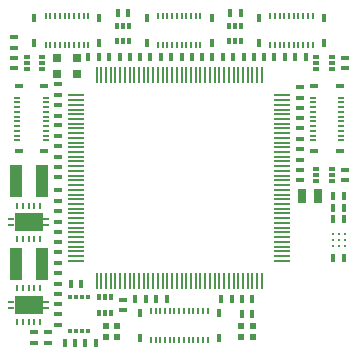
<source format=gtp>
G04*
G04 #@! TF.GenerationSoftware,Altium Limited,Altium Designer,25.8.1 (18)*
G04*
G04 Layer_Color=8421504*
%FSLAX44Y44*%
%MOMM*%
G71*
G04*
G04 #@! TF.SameCoordinates,89BD97E8-7FFC-4123-A3EE-04367D590976*
G04*
G04*
G04 #@! TF.FilePolarity,Positive*
G04*
G01*
G75*
%ADD12R,0.5000X0.2500*%
%ADD13R,2.4000X1.6500*%
%ADD14R,0.2400X0.6000*%
%ADD15R,0.7000X0.4000*%
%ADD16R,0.4000X0.7000*%
%ADD17R,1.0000X2.7000*%
%ADD18R,0.3200X0.6500*%
%ADD19R,0.2200X0.4750*%
%ADD20R,0.4750X0.2200*%
%ADD21R,0.6500X0.3200*%
%ADD22R,1.4500X0.2000*%
%ADD23R,0.2000X1.4500*%
%ADD24R,0.3000X0.4500*%
%ADD25R,0.5500X0.5500*%
%ADD26R,0.7800X0.6800*%
%ADD27C,0.2500*%
%ADD28R,0.8000X1.3000*%
%ADD29R,0.3000X0.5000*%
%ADD30R,0.5000X0.3000*%
D12*
X8000Y110000D02*
D03*
Y115000D02*
D03*
X37000Y110000D02*
D03*
Y115000D02*
D03*
Y45000D02*
D03*
Y40000D02*
D03*
X8000Y45000D02*
D03*
Y40000D02*
D03*
D13*
X22500Y112500D02*
D03*
Y42500D02*
D03*
D14*
X32500Y98500D02*
D03*
X27500D02*
D03*
X22500D02*
D03*
X17500D02*
D03*
X12500D02*
D03*
Y126500D02*
D03*
X17500D02*
D03*
X22500D02*
D03*
X27500D02*
D03*
X32500D02*
D03*
Y56500D02*
D03*
X27500D02*
D03*
X22500D02*
D03*
X17500D02*
D03*
X12500D02*
D03*
Y28500D02*
D03*
X17500D02*
D03*
X22500D02*
D03*
X27500D02*
D03*
X32500D02*
D03*
D15*
X47500Y104500D02*
D03*
Y95500D02*
D03*
Y113000D02*
D03*
Y122000D02*
D03*
X27500Y10500D02*
D03*
Y19500D02*
D03*
X38750D02*
D03*
Y10500D02*
D03*
X47500Y25500D02*
D03*
Y34500D02*
D03*
X252500Y157000D02*
D03*
Y148000D02*
D03*
Y209500D02*
D03*
Y200500D02*
D03*
X47500Y87000D02*
D03*
Y78000D02*
D03*
Y159500D02*
D03*
Y150500D02*
D03*
Y130500D02*
D03*
Y139500D02*
D03*
Y43000D02*
D03*
Y52000D02*
D03*
Y69500D02*
D03*
Y60500D02*
D03*
Y168000D02*
D03*
Y177000D02*
D03*
X10000Y260500D02*
D03*
Y269500D02*
D03*
X252500Y227000D02*
D03*
Y218000D02*
D03*
X102500Y47000D02*
D03*
Y38000D02*
D03*
X290000Y148000D02*
D03*
Y157000D02*
D03*
Y243000D02*
D03*
Y252000D02*
D03*
X10000Y252000D02*
D03*
Y243000D02*
D03*
X47500Y185500D02*
D03*
Y194500D02*
D03*
X252500Y192000D02*
D03*
Y183000D02*
D03*
X47500Y211500D02*
D03*
Y202500D02*
D03*
X252500Y165500D02*
D03*
Y174500D02*
D03*
X47500Y229500D02*
D03*
Y220500D02*
D03*
D16*
X70500Y10000D02*
D03*
X79500D02*
D03*
X62000D02*
D03*
X53000D02*
D03*
X185500Y47500D02*
D03*
X194500D02*
D03*
X130500D02*
D03*
X139500D02*
D03*
X195500Y252500D02*
D03*
X204500D02*
D03*
X143000D02*
D03*
X152000D02*
D03*
X108000D02*
D03*
X117000D02*
D03*
X125500D02*
D03*
X134500D02*
D03*
X213000D02*
D03*
X222000D02*
D03*
X67000Y60000D02*
D03*
X58000D02*
D03*
X289500Y115000D02*
D03*
X280500D02*
D03*
Y82500D02*
D03*
X289500D02*
D03*
X203000Y35000D02*
D03*
X212000D02*
D03*
X202000Y290000D02*
D03*
X193000D02*
D03*
X107000D02*
D03*
X98000D02*
D03*
X212000Y47500D02*
D03*
X203000D02*
D03*
X122000D02*
D03*
X113000D02*
D03*
X73000Y252500D02*
D03*
X82000D02*
D03*
X160500D02*
D03*
X169500D02*
D03*
X230500D02*
D03*
X239500D02*
D03*
X99500D02*
D03*
X90500D02*
D03*
X187000D02*
D03*
X178000D02*
D03*
X257000D02*
D03*
X248000D02*
D03*
X289500Y125000D02*
D03*
X280500D02*
D03*
X289500Y135000D02*
D03*
X280500D02*
D03*
D17*
X11500Y147500D02*
D03*
X33500D02*
D03*
Y77500D02*
D03*
X11500D02*
D03*
D18*
X116500Y14150D02*
D03*
X183500D02*
D03*
Y35850D02*
D03*
X116500D02*
D03*
X82500Y285850D02*
D03*
X27500D02*
D03*
Y264150D02*
D03*
X82500D02*
D03*
X177500Y285850D02*
D03*
X122500D02*
D03*
Y264150D02*
D03*
X177500D02*
D03*
X272500Y285850D02*
D03*
X217500D02*
D03*
Y264150D02*
D03*
X272500D02*
D03*
D19*
X174000Y37120D02*
D03*
X170000D02*
D03*
X166000D02*
D03*
X162000D02*
D03*
X158000D02*
D03*
X154000D02*
D03*
X150000D02*
D03*
X146000D02*
D03*
X142000D02*
D03*
X138000D02*
D03*
X134000D02*
D03*
X130000D02*
D03*
X126000D02*
D03*
X174000Y12875D02*
D03*
X170000D02*
D03*
X166000D02*
D03*
X162000D02*
D03*
X158000D02*
D03*
X154000D02*
D03*
X150000D02*
D03*
X146000D02*
D03*
X142000D02*
D03*
X138000D02*
D03*
X134000D02*
D03*
X130000D02*
D03*
X126000D02*
D03*
X57000Y287120D02*
D03*
X53000D02*
D03*
X61000D02*
D03*
X49000D02*
D03*
X73000D02*
D03*
X69000D02*
D03*
X65000D02*
D03*
X37000Y262880D02*
D03*
X41000D02*
D03*
X45000D02*
D03*
X49000D02*
D03*
X53000D02*
D03*
X57000D02*
D03*
X61000D02*
D03*
X65000D02*
D03*
X69000D02*
D03*
X73000D02*
D03*
X37000Y287120D02*
D03*
X41000D02*
D03*
X45000D02*
D03*
X152000D02*
D03*
X148000D02*
D03*
X156000D02*
D03*
X144000D02*
D03*
X168000D02*
D03*
X164000D02*
D03*
X160000D02*
D03*
X132000Y262880D02*
D03*
X136000D02*
D03*
X140000D02*
D03*
X144000D02*
D03*
X148000D02*
D03*
X152000D02*
D03*
X156000D02*
D03*
X160000D02*
D03*
X164000D02*
D03*
X168000D02*
D03*
X132000Y287120D02*
D03*
X136000D02*
D03*
X140000D02*
D03*
X247000D02*
D03*
X243000D02*
D03*
X251000D02*
D03*
X239000D02*
D03*
X263000D02*
D03*
X259000D02*
D03*
X255000D02*
D03*
X227000Y262880D02*
D03*
X231000D02*
D03*
X235000D02*
D03*
X239000D02*
D03*
X243000D02*
D03*
X247000D02*
D03*
X251000D02*
D03*
X255000D02*
D03*
X259000D02*
D03*
X263000D02*
D03*
X227000Y287120D02*
D03*
X231000D02*
D03*
X235000D02*
D03*
D20*
X12880Y202000D02*
D03*
Y198000D02*
D03*
Y206000D02*
D03*
Y194000D02*
D03*
Y218000D02*
D03*
Y214000D02*
D03*
Y210000D02*
D03*
X37120Y182000D02*
D03*
Y186000D02*
D03*
Y190000D02*
D03*
Y194000D02*
D03*
Y198000D02*
D03*
Y202000D02*
D03*
Y206000D02*
D03*
Y210000D02*
D03*
Y214000D02*
D03*
Y218000D02*
D03*
X12880Y182000D02*
D03*
Y186000D02*
D03*
Y190000D02*
D03*
X287120Y198000D02*
D03*
Y202000D02*
D03*
Y194000D02*
D03*
Y206000D02*
D03*
Y182000D02*
D03*
Y186000D02*
D03*
Y190000D02*
D03*
X262880Y218000D02*
D03*
Y214000D02*
D03*
Y210000D02*
D03*
Y206000D02*
D03*
Y202000D02*
D03*
Y198000D02*
D03*
Y194000D02*
D03*
Y190000D02*
D03*
Y186000D02*
D03*
Y182000D02*
D03*
X287120Y218000D02*
D03*
Y214000D02*
D03*
Y210000D02*
D03*
D21*
X14150Y227500D02*
D03*
Y172500D02*
D03*
X35850D02*
D03*
Y227500D02*
D03*
X285850Y172500D02*
D03*
Y227500D02*
D03*
X264150D02*
D03*
Y172500D02*
D03*
D22*
X237000Y108000D02*
D03*
Y100000D02*
D03*
Y96000D02*
D03*
Y88000D02*
D03*
Y80000D02*
D03*
Y84000D02*
D03*
Y104000D02*
D03*
Y92000D02*
D03*
Y180000D02*
D03*
Y176000D02*
D03*
Y160000D02*
D03*
Y172000D02*
D03*
Y184000D02*
D03*
Y164000D02*
D03*
Y152000D02*
D03*
Y168000D02*
D03*
Y156000D02*
D03*
Y112000D02*
D03*
Y132000D02*
D03*
Y128000D02*
D03*
Y136000D02*
D03*
Y140000D02*
D03*
Y144000D02*
D03*
Y148000D02*
D03*
Y120000D02*
D03*
Y124000D02*
D03*
Y116000D02*
D03*
Y196000D02*
D03*
Y216000D02*
D03*
Y204000D02*
D03*
Y212000D02*
D03*
Y208000D02*
D03*
Y188000D02*
D03*
Y200000D02*
D03*
Y220000D02*
D03*
Y192000D02*
D03*
X63000Y80000D02*
D03*
Y84000D02*
D03*
Y88000D02*
D03*
Y92000D02*
D03*
Y96000D02*
D03*
Y100000D02*
D03*
Y104000D02*
D03*
Y108000D02*
D03*
Y112000D02*
D03*
Y116000D02*
D03*
Y120000D02*
D03*
Y124000D02*
D03*
Y128000D02*
D03*
Y132000D02*
D03*
Y136000D02*
D03*
Y140000D02*
D03*
Y144000D02*
D03*
Y148000D02*
D03*
Y152000D02*
D03*
Y156000D02*
D03*
Y160000D02*
D03*
Y164000D02*
D03*
Y168000D02*
D03*
Y172000D02*
D03*
Y176000D02*
D03*
Y180000D02*
D03*
Y184000D02*
D03*
Y188000D02*
D03*
Y192000D02*
D03*
Y196000D02*
D03*
Y200000D02*
D03*
Y204000D02*
D03*
Y208000D02*
D03*
Y212000D02*
D03*
Y216000D02*
D03*
Y220000D02*
D03*
D23*
X80000Y63000D02*
D03*
X116000D02*
D03*
X128000D02*
D03*
X120000D02*
D03*
X124000D02*
D03*
X132000D02*
D03*
X136000D02*
D03*
X140000D02*
D03*
X144000D02*
D03*
X148000D02*
D03*
X152000D02*
D03*
X156000D02*
D03*
X92000D02*
D03*
X220000D02*
D03*
X196000D02*
D03*
X200000D02*
D03*
X180000D02*
D03*
X216000D02*
D03*
X212000D02*
D03*
X208000D02*
D03*
X184000D02*
D03*
X188000D02*
D03*
X192000D02*
D03*
X204000D02*
D03*
X172000D02*
D03*
X176000D02*
D03*
X168000D02*
D03*
X164000D02*
D03*
X84000D02*
D03*
X88000D02*
D03*
X160000D02*
D03*
X96000D02*
D03*
X100000D02*
D03*
X104000D02*
D03*
X108000D02*
D03*
X112000D02*
D03*
X80000Y237000D02*
D03*
X84000D02*
D03*
X88000D02*
D03*
X92000D02*
D03*
X96000D02*
D03*
X100000D02*
D03*
X104000D02*
D03*
X108000D02*
D03*
X112000D02*
D03*
X116000D02*
D03*
X120000D02*
D03*
X124000D02*
D03*
X128000D02*
D03*
X132000D02*
D03*
X136000D02*
D03*
X140000D02*
D03*
X144000D02*
D03*
X148000D02*
D03*
X152000D02*
D03*
X156000D02*
D03*
X160000D02*
D03*
X164000D02*
D03*
X168000D02*
D03*
X172000D02*
D03*
X176000D02*
D03*
X180000D02*
D03*
X184000D02*
D03*
X188000D02*
D03*
X192000D02*
D03*
X196000D02*
D03*
X200000D02*
D03*
X204000D02*
D03*
X208000D02*
D03*
X212000D02*
D03*
X216000D02*
D03*
X220000D02*
D03*
D24*
X72500Y49250D02*
D03*
Y20750D02*
D03*
X57500Y49250D02*
D03*
X62500D02*
D03*
X67500D02*
D03*
Y20750D02*
D03*
X62500D02*
D03*
X57500D02*
D03*
D25*
X87750Y15250D02*
D03*
Y24750D02*
D03*
X97250D02*
D03*
Y15250D02*
D03*
X202750D02*
D03*
Y24750D02*
D03*
X212250D02*
D03*
Y15250D02*
D03*
D26*
X63650Y251650D02*
D03*
Y238350D02*
D03*
X46350D02*
D03*
Y251650D02*
D03*
D27*
X285000Y97500D02*
D03*
X280000D02*
D03*
Y102500D02*
D03*
X285000D02*
D03*
X290000D02*
D03*
Y97500D02*
D03*
Y92500D02*
D03*
X285000D02*
D03*
X280000D02*
D03*
D28*
X254400Y135000D02*
D03*
X267500D02*
D03*
D29*
X82500Y36000D02*
D03*
Y49000D02*
D03*
X87500D02*
D03*
X92500D02*
D03*
X87500Y36000D02*
D03*
X92500D02*
D03*
X192500Y266000D02*
D03*
Y279000D02*
D03*
X197500D02*
D03*
X202500D02*
D03*
X197500Y266000D02*
D03*
X202500D02*
D03*
X97500D02*
D03*
Y279000D02*
D03*
X102500D02*
D03*
X107500D02*
D03*
X102500Y266000D02*
D03*
X107500D02*
D03*
D30*
X266000Y157500D02*
D03*
X279000D02*
D03*
Y152500D02*
D03*
Y147500D02*
D03*
X266000Y152500D02*
D03*
Y147500D02*
D03*
X34000Y242500D02*
D03*
X21000D02*
D03*
Y247500D02*
D03*
Y252500D02*
D03*
X34000Y247500D02*
D03*
Y252500D02*
D03*
X266000D02*
D03*
X279000D02*
D03*
Y247500D02*
D03*
Y242500D02*
D03*
X266000Y247500D02*
D03*
Y242500D02*
D03*
M02*

</source>
